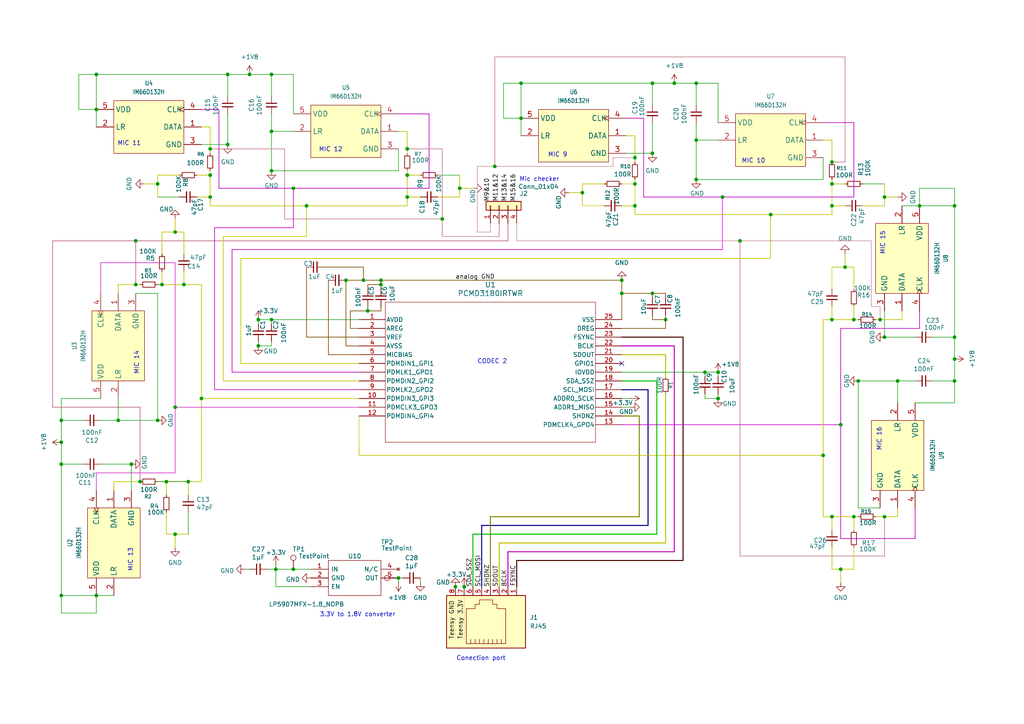
<source format=kicad_sch>
(kicad_sch (version 20250114) (generator "eeschema") (generator_version "9.0")
  (paper "A4")
  (title_block (title "ExtBrd_A") (date "2026-01-09") (rev "1.1") (company "Royal Holloway") (comment 1 "Creative Commons Attribution 4.0 International License") (comment 2 "Sohil, Saaria., Lachlan, Robert.") (comment 3 "Q. Oliva, Marcos., Lies, Zandberg.,"))
  (text "Mic checker" (at 150.622 52.832 0) (effects (font (size 1.27 1.27)) (justify left bottom)))
  (text "Conection port" (at 132.334 191.77 0) (effects (font (size 1.27 1.27)) (justify left bottom)))
  (text "MIC 10" (at 221.996 47.498 0) (effects (font (size 1.27 1.27)) (justify right bottom)))
  (text "MIC 14" (at 40.386 108.712 90) (effects (font (size 1.27 1.27)) (justify left bottom)))
  (text "MIC 12" (at 92.456 44.196 0) (effects (font (size 1.27 1.27)) (justify left bottom)))
  (text "MIC 9" (at 164.592 45.72 0) (effects (font (size 1.27 1.27)) (justify right bottom)))
  (text "MIC 16" (at 255.778 123.952 90) (effects (font (size 1.27 1.27)) (justify right bottom)))
  (text "CODEC 2" (at 138.43 105.664 0) (effects (font (size 1.27 1.27)) (justify left bottom)))
  (text "3.3V to 1.8V converter" (at 92.71 179.07 0) (effects (font (size 1.27 1.27)) (justify left bottom)))
  (text "MIC 13" (at 38.608 165.862 90) (effects (font (size 1.27 1.27)) (justify left bottom)))
  (text "MIC 15" (at 256.794 67.056 90) (effects (font (size 1.27 1.27)) (justify right bottom)))
  (text "MIC 11" (at 34.036 42.418 0) (effects (font (size 1.27 1.27)) (justify left bottom)))
  (junction (at 201.93 24.13))
  (junction (at 78.74 38.1))
  (junction (at 78.74 49.53))
  (junction (at 78.74 21.59))
  (junction (at 60.96 50.8))
  (junction (at 189.23 85.09))
  (junction (at 243.84 165.1))
  (junction (at 118.11 43.18))
  (junction (at 208.28 115.57))
  (junction (at 214.63 69.85))
  (junction (at 184.15 53.34))
  (junction (at 54.61 139.7))
  (junction (at 78.74 92.71))
  (junction (at 133.35 54.61))
  (junction (at 168.91 55.88))
  (junction (at 118.11 50.8))
  (junction (at 106.68 90.17))
  (junction (at 17.78 134.62))
  (junction (at 50.8 67.31))
  (junction (at 189.23 24.13))
  (junction (at 53.34 82.55))
  (junction (at 74.93 92.71))
  (junction (at 72.39 21.59))
  (junction (at 66.04 41.91))
  (junction (at 201.93 52.07))
  (junction (at 27.94 31.75))
  (junction (at 245.11 77.47))
  (junction (at 208.28 107.95))
  (junction (at 39.37 69.85))
  (junction (at 45.72 53.34))
  (junction (at 256.54 149.86))
  (junction (at 58.42 115.57))
  (junction (at 60.96 57.15))
  (junction (at 134.62 170.18))
  (junction (at 241.3 92.71))
  (junction (at 256.54 97.79))
  (junction (at 46.99 82.55))
  (junction (at 189.23 44.45))
  (junction (at 276.86 110.49))
  (junction (at 223.52 62.23))
  (junction (at 241.3 59.69))
  (junction (at 180.34 81.28))
  (junction (at 110.49 82.55))
  (junction (at 276.86 97.79))
  (junction (at 38.1 134.62))
  (junction (at 209.55 57.15))
  (junction (at 241.3 46.99))
  (junction (at 110.49 81.28))
  (junction (at 39.37 82.55))
  (junction (at 80.01 165.1))
  (junction (at 151.13 34.29))
  (junction (at 74.93 100.33))
  (junction (at 100.33 81.28))
  (junction (at 132.08 170.18))
  (junction (at 143.51 48.26))
  (junction (at 184.15 45.72))
  (junction (at 276.86 104.14))
  (junction (at 184.15 59.69))
  (junction (at 256.54 57.15))
  (junction (at 115.57 167.64))
  (junction (at 204.47 107.95))
  (junction (at 193.04 92.71))
  (junction (at 260.35 110.49))
  (junction (at 27.94 172.72))
  (junction (at 48.26 139.7))
  (junction (at 238.76 132.08))
  (junction (at 27.94 21.59))
  (junction (at 34.29 121.92))
  (junction (at 50.8 154.94))
  (junction (at 276.86 59.69))
  (junction (at 255.27 92.71))
  (junction (at 85.09 165.1))
  (junction (at 180.34 85.09))
  (junction (at 248.92 110.49))
  (junction (at 85.09 54.61))
  (junction (at 247.65 149.86))
  (junction (at 241.3 53.34))
  (junction (at 66.04 21.59))
  (junction (at 195.58 24.13))
  (junction (at 40.64 139.7))
  (junction (at 17.78 128.27))
  (junction (at 50.8 118.11))
  (junction (at 241.3 149.86))
  (junction (at 266.7 59.69))
  (junction (at 105.41 81.28))
  (junction (at 88.9 59.69))
  (junction (at 128.27 63.5))
  (junction (at 201.93 40.64))
  (junction (at 247.65 92.71))
  (junction (at 17.78 121.92))
  (junction (at 17.78 172.72))
  (junction (at 118.11 57.15))
  (junction (at 243.84 123.19))
  (junction (at 151.13 24.13))
  (junction (at 60.96 43.18))
  (junction (at 45.72 121.92))
  (no_connect (at 180.34 105.41))
  (wire (pts (xy 187.96 152.4) (xy 187.96 113.03)) (stroke (width 0.3) (color 0 0 132 1)))
  (wire (pts (xy 50.8 67.31) (xy 53.34 67.31)) (stroke (width 0.2) (color 194 194 0 1)))
  (wire (pts (xy 45.72 57.15) (xy 45.72 53.34)) (stroke (width 0.2) (color 194 194 0 1)))
  (wire (pts (xy 142.24 67.31) (xy 138.43 67.31)) (stroke (width 0) (color 194 127 134 1)))
  (wire (pts (xy 58.42 41.91) (xy 66.04 41.91)))
  (wire (pts (xy 247.65 149.86) (xy 247.65 153.67)) (stroke (width 0.2) (color 194 194 0 1)))
  (wire (pts (xy 115.57 38.1) (xy 118.11 38.1)) (stroke (width 0.2) (color 194 194 0 1)))
  (wire (pts (xy 276.86 104.14) (xy 276.86 110.49)))
  (wire (pts (xy 106.68 82.55) (xy 110.49 82.55)) (stroke (width 0.2) (color 128 77 0 1)))
  (wire (pts (xy 58.42 139.7) (xy 54.61 139.7)) (stroke (width 0.2) (color 194 194 0 1)))
  (wire (pts (xy 182.88 115.57) (xy 180.34 115.57)))
  (wire (pts (xy 180.34 53.34) (xy 184.15 53.34)) (stroke (width 0) (color 194 194 0 1)))
  (wire (pts (xy 85.09 54.61) (xy 124.46 54.61)) (stroke (width 0.2) (color 194 0 194 1)))
  (wire (pts (xy 57.15 50.8) (xy 60.96 50.8)) (stroke (width 0.2) (color 194 194 0 1)))
  (wire (pts (xy 147.32 160.02) (xy 147.32 170.18)) (stroke (width 0.3) (color 194 0 194 1)))
  (wire (pts (xy 45.72 82.55) (xy 46.99 82.55)))
  (wire (pts (xy 208.28 114.3) (xy 208.28 115.57)))
  (wire (pts (xy 261.62 92.71) (xy 255.27 92.71)) (stroke (width 0.2) (color 194 194 0 1)))
  (wire (pts (xy 238.76 132.08) (xy 238.76 149.86)) (stroke (width 0.2) (color 194 194 0 1)))
  (wire (pts (xy 101.6 90.17) (xy 106.68 90.17)) (stroke (width 0.2) (color 128 77 0 1)))
  (wire (pts (xy 276.86 97.79) (xy 270.51 97.79)))
  (wire (pts (xy 27.94 137.16) (xy 50.8 137.16)) (stroke (width 0) (color 194 0 194 1)))
  (wire (pts (xy 72.39 21.59) (xy 78.74 21.59)))
  (wire (pts (xy 187.96 113.03) (xy 180.34 113.03)) (stroke (width 0.3) (color 0 0 132 1)))
  (wire (pts (xy 78.74 27.94) (xy 78.74 21.59)))
  (wire (pts (xy 46.99 82.55) (xy 45.72 82.55)) (stroke (width 0.2) (color 194 194 0 1)))
  (wire (pts (xy 146.05 34.29) (xy 151.13 34.29)))
  (wire (pts (xy 67.31 107.95) (xy 104.14 107.95)) (stroke (width 0.2) (color 194 0 194 1)))
  (wire (pts (xy 241.3 165.1) (xy 241.3 158.75)) (stroke (width 0.2) (color 194 194 0 1)))
  (wire (pts (xy 17.78 134.62) (xy 24.13 134.62)))
  (wire (pts (xy 78.74 38.1) (xy 78.74 33.02)))
  (wire (pts (xy 46.99 82.55) (xy 46.99 78.74)) (stroke (width 0.2) (color 194 194 0 1)))
  (wire (pts (xy 247.65 158.75) (xy 247.65 165.1)) (stroke (width 0) (color 194 194 0 1)))
  (wire (pts (xy 78.74 49.53) (xy 78.74 38.1)))
  (wire (pts (xy 138.43 48.26) (xy 143.51 48.26)) (stroke (width 0) (color 194 127 134 1)))
  (wire (pts (xy 180.34 110.49) (xy 190.5 110.49)) (stroke (width 0.3) (color 0 194 0 1)))
  (wire (pts (xy 93.98 77.47) (xy 105.41 77.47)) (stroke (width 0.2) (color 128 77 0 1)))
  (wire (pts (xy 128.27 63.5) (xy 128.27 68.58)) (stroke (width 0.2) (color 194 127 134 1)))
  (wire (pts (xy 50.8 118.11) (xy 104.14 118.11)) (stroke (width 0) (color 194 0 194 1)))
  (wire (pts (xy 74.93 93.98) (xy 74.93 92.71)))
  (wire (pts (xy 17.78 134.62) (xy 17.78 128.27)))
  (wire (pts (xy 276.86 110.49) (xy 276.86 116.84)))
  (wire (pts (xy 27.94 172.72) (xy 33.02 172.72)))
  (wire (pts (xy 151.13 24.13) (xy 151.13 34.29)))
  (wire (pts (xy 186.69 34.29) (xy 186.69 57.15)) (stroke (width 0.2) (color 194 0 194 1)))
  (wire (pts (xy 110.49 81.28) (xy 110.49 82.55)) (stroke (width 0.2) (color 128 77 0 1)))
  (wire (pts (xy 241.3 53.34) (xy 245.11 53.34)) (stroke (width 0.2) (color 194 194 0 1)))
  (wire (pts (xy 64.77 68.58) (xy 64.77 110.49)) (stroke (width 0.2) (color 194 194 0 1)))
  (wire (pts (xy 82.55 63.5) (xy 128.27 63.5)) (stroke (width 0.2) (color 194 127 134 1)))
  (wire (pts (xy 128.27 68.58) (xy 144.78 68.58)) (stroke (width 0.2) (color 194 138 176 1)))
  (wire (pts (xy 143.51 48.26) (xy 177.8 48.26)) (stroke (width 0) (color 194 127 134 1)))
  (wire (pts (xy 181.61 39.37) (xy 184.15 39.37)) (stroke (width 0.2) (color 194 194 0 1)))
  (wire (pts (xy 124.46 54.61) (xy 124.46 33.02)) (stroke (width 0.2) (color 194 0 194 1)))
  (wire (pts (xy 48.26 139.7) (xy 54.61 139.7)))
  (wire (pts (xy 88.9 59.69) (xy 118.11 59.69)) (stroke (width 0.2) (color 194 194 0 1)))
  (wire (pts (xy 260.35 147.32) (xy 260.35 149.86)) (stroke (width 0.2) (color 194 194 0 1)))
  (wire (pts (xy 66.04 33.02) (xy 66.04 41.91)))
  (wire (pts (xy 255.27 88.9) (xy 255.27 92.71)) (stroke (width 0) (color 194 127 134 1)))
  (wire (pts (xy 256.54 149.86) (xy 260.35 149.86)) (stroke (width 0.2) (color 194 194 0 1)))
  (wire (pts (xy 58.42 115.57) (xy 104.14 115.57)) (stroke (width 0.2) (color 194 194 0 1)))
  (wire (pts (xy 52.07 57.15) (xy 45.72 57.15)))
  (wire (pts (xy 195.58 100.33) (xy 195.58 160.02)) (stroke (width 0.3) (color 194 0 194 1)))
  (wire (pts (xy 181.61 34.29) (xy 186.69 34.29)) (stroke (width 0.2) (color 194 0 194 1)))
  (wire (pts (xy 241.3 92.71) (xy 247.65 92.71)) (stroke (width 0.2) (color 194 194 0 1)))
  (wire (pts (xy 189.23 24.13) (xy 195.58 24.13)))
  (wire (pts (xy 142.24 149.86) (xy 185.42 149.86)) (stroke (width 0.3) (color 132 132 0 1)))
  (wire (pts (xy 138.43 67.31) (xy 138.43 48.26)) (stroke (width 0) (color 194 127 134 1)))
  (wire (pts (xy 193.04 86.36) (xy 193.04 85.09)) (stroke (width 0.2) (color 128 77 0 1)))
  (wire (pts (xy 115.57 167.64) (xy 116.84 167.64)))
  (wire (pts (xy 104.14 129.54) (xy 104.14 132.08)) (stroke (width 0.2) (color 194 194 0 1)))
  (wire (pts (xy 17.78 172.72) (xy 27.94 172.72)))
  (wire (pts (xy 250.19 53.34) (xy 256.54 53.34)))
  (wire (pts (xy 143.51 16.51) (xy 245.11 16.51)) (stroke (width 0.2) (color 194 127 134 1)))
  (wire (pts (xy 27.94 142.24) (xy 27.94 137.16)) (stroke (width 0) (color 194 0 194 1)))
  (wire (pts (xy 144.78 68.58) (xy 144.78 64.77)) (stroke (width 0.2) (color 194 127 134 1)))
  (wire (pts (xy 106.68 88.9) (xy 106.68 90.17)) (stroke (width 0.2) (color 128 77 0 1)))
  (wire (pts (xy 88.9 97.79) (xy 104.14 97.79)) (stroke (width 0.2) (color 128 77 0 1)))
  (wire (pts (xy 121.92 57.15) (xy 118.11 57.15)) (stroke (width 0.2) (color 194 194 0 1)))
  (wire (pts (xy 134.62 185.42) (xy 134.62 170.18)) (stroke (width 0) (type dot) (color 255 0 0 1)))
  (wire (pts (xy 69.85 105.41) (xy 69.85 74.93)) (stroke (width 0.2) (color 194 194 0 1)))
  (wire (pts (xy 201.93 40.64) (xy 201.93 35.56)))
  (wire (pts (xy 27.94 177.8) (xy 27.94 172.72)))
  (wire (pts (xy 22.86 31.75) (xy 27.94 31.75)))
  (wire (pts (xy 276.86 59.69) (xy 266.7 59.69)))
  (wire (pts (xy 118.11 50.8) (xy 118.11 57.15)) (stroke (width 0.2) (color 194 194 0 1)))
  (wire (pts (xy 204.47 115.57) (xy 208.28 115.57)))
  (wire (pts (xy 45.72 121.92) (xy 34.29 121.92)))
  (wire (pts (xy 214.63 69.85) (xy 252.73 69.85)) (stroke (width 0) (color 194 127 134 1)))
  (wire (pts (xy 204.47 109.22) (xy 204.47 107.95)))
  (wire (pts (xy 149.86 162.56) (xy 149.86 170.18)) (stroke (width 0.3) (color 72 0 0 1)))
  (wire (pts (xy 110.49 83.82) (xy 110.49 82.55)) (stroke (width 0.2) (color 128 77 0 1)))
  (wire (pts (xy 46.99 67.31) (xy 50.8 67.31)) (stroke (width 0.2) (color 194 194 0 1)))
  (wire (pts (xy 54.61 148.59) (xy 54.61 154.94)))
  (wire (pts (xy 146.05 24.13) (xy 151.13 24.13)))
  (wire (pts (xy 181.61 44.45) (xy 189.23 44.45)))
  (wire (pts (xy 252.73 69.85) (xy 252.73 88.9)) (stroke (width 0) (color 194 127 134 1)))
  (wire (pts (xy 241.3 149.86) (xy 247.65 149.86)) (stroke (width 0.2) (color 194 194 0 1)))
  (wire (pts (xy 85.09 21.59) (xy 85.09 33.02)))
  (wire (pts (xy 110.49 81.28) (xy 180.34 81.28)) (stroke (width 0.2) (color 128 77 0 1)))
  (wire (pts (xy 104.14 120.65) (xy 104.14 129.54)) (stroke (width 0) (color 194 194 0 1)))
  (wire (pts (xy 180.34 107.95) (xy 204.47 107.95)))
  (wire (pts (xy 190.5 110.49) (xy 190.5 154.94)) (stroke (width 0.3) (color 0 194 0 1)))
  (wire (pts (xy 54.61 139.7) (xy 54.61 143.51)) (stroke (width 0.2) (color 194 194 0 1)))
  (wire (pts (xy 189.23 86.36) (xy 189.23 85.09)) (stroke (width 0.2) (color 128 77 0 1)))
  (wire (pts (xy 71.12 165.1) (xy 72.39 165.1)))
  (wire (pts (xy 118.11 43.18) (xy 118.11 38.1)) (stroke (width 0.2) (color 194 194 0 1)))
  (wire (pts (xy 208.28 109.22) (xy 208.28 107.95)))
  (wire (pts (xy 34.29 121.92) (xy 29.21 121.92)))
  (wire (pts (xy 50.8 67.31) (xy 50.8 63.5)) (stroke (width 0.2) (color 194 194 0 1)))
  (wire (pts (xy 104.14 132.08) (xy 238.76 132.08)) (stroke (width 0.2) (color 194 194 0 1)))
  (wire (pts (xy 193.04 92.71) (xy 193.04 95.25)) (stroke (width 0.2) (color 128 77 0 1)))
  (wire (pts (xy 168.91 55.88) (xy 168.91 53.34)) (stroke (width 0.2) (color 194 194 0 1)))
  (wire (pts (xy 204.47 114.3) (xy 204.47 115.57)))
  (wire (pts (xy 276.86 116.84) (xy 265.43 116.84)))
  (wire (pts (xy 62.23 113.03) (xy 104.14 113.03)) (stroke (width 0.2) (color 194 0 194 1)))
  (wire (pts (xy 40.64 118.11) (xy 15.24 118.11)) (stroke (width 0.2) (color 194 97 134 1)))
  (wire (pts (xy 209.55 57.15) (xy 247.65 57.15)) (stroke (width 0.2) (color 194 0 194 1)))
  (wire (pts (xy 85.09 54.61) (xy 85.09 66.04)) (stroke (width 0.2) (color 194 0 194 1)))
  (wire (pts (xy 238.76 92.71) (xy 241.3 92.71)) (stroke (width 0.2) (color 194 194 0 1)))
  (wire (pts (xy 252.73 88.9) (xy 255.27 88.9)) (stroke (width 0) (color 194 127 134 1)))
  (wire (pts (xy 85.09 38.1) (xy 78.74 38.1)))
  (wire (pts (xy 142.24 64.77) (xy 142.24 67.31)) (stroke (width 0) (color 194 127 134 1)))
  (wire (pts (xy 46.99 73.66) (xy 46.99 67.31)) (stroke (width 0.2) (color 194 194 0 1)))
  (wire (pts (xy 74.93 100.33) (xy 78.74 100.33)))
  (wire (pts (xy 137.16 154.94) (xy 137.16 170.18)) (stroke (width 0.3) (color 0 194 0 1)))
  (wire (pts (xy 245.11 77.47) (xy 247.65 77.47)) (stroke (width 0.2) (color 194 194 0 1)))
  (wire (pts (xy 243.84 95.25) (xy 243.84 123.19)) (stroke (width 0.2) (color 194 0 194 1)))
  (wire (pts (xy 58.42 82.55) (xy 58.42 115.57)) (stroke (width 0.2) (color 194 194 0 1)))
  (wire (pts (xy 276.86 54.61) (xy 276.86 59.69)))
  (wire (pts (xy 248.92 149.86) (xy 247.65 149.86)) (stroke (width 0.2) (color 194 194 0 1)))
  (wire (pts (xy 27.94 177.8) (xy 17.78 177.8)))
  (wire (pts (xy 168.91 53.34) (xy 175.26 53.34)) (stroke (width 0.2) (color 194 194 0 1)))
  (wire (pts (xy 139.7 152.4) (xy 187.96 152.4)) (stroke (width 0.3) (color 0 0 132 1)))
  (wire (pts (xy 209.55 72.39) (xy 209.55 57.15)) (stroke (width 0.2) (color 255 0 255 1)))
  (wire (pts (xy 238.76 40.64) (xy 241.3 40.64)) (stroke (width 0.2) (color 194 194 0 1)))
  (wire (pts (xy 245.11 46.99) (xy 245.11 16.51)) (stroke (width 0.2) (color 194 127 134 1)))
  (wire (pts (xy 100.33 81.28) (xy 105.41 81.28)) (stroke (width 0.2) (color 128 77 0 1)))
  (wire (pts (xy 201.93 30.48) (xy 201.93 24.13)))
  (wire (pts (xy 118.11 50.8) (xy 121.92 50.8)) (stroke (width 0.2) (color 194 194 0 1)))
  (wire (pts (xy 33.02 142.24) (xy 33.02 139.7)) (stroke (width 0.2) (color 194 194 0 1)))
  (wire (pts (xy 46.99 82.55) (xy 53.34 82.55)) (stroke (width 0.2) (color 194 194 0 1)))
  (wire (pts (xy 40.64 118.11) (xy 40.64 139.7)) (stroke (width 0.2) (color 194 97 134 1)))
  (wire (pts (xy 247.65 57.15) (xy 247.65 35.56)) (stroke (width 0.2) (color 194 0 194 1)))
  (wire (pts (xy 184.15 45.72) (xy 184.15 46.99)) (stroke (width 0.2) (color 194 194 0 1)))
  (wire (pts (xy 184.15 62.23) (xy 223.52 62.23)) (stroke (width 0.2) (color 194 194 0 1)))
  (wire (pts (xy 168.91 55.88) (xy 165.1 55.88)) (stroke (width 0.2) (color 194 194 0 1)))
  (wire (pts (xy 60.96 57.15) (xy 57.15 57.15)) (stroke (width 0.2) (color 194 194 0 1)))
  (wire (pts (xy 193.04 102.87) (xy 193.04 109.22)) (stroke (width 0.3) (color 194 194 0 1)))
  (wire (pts (xy 80.01 165.1) (xy 80.01 170.18)))
  (wire (pts (xy 247.65 165.1) (xy 243.84 165.1)) (stroke (width 0.2) (color 194 194 0 1)))
  (wire (pts (xy 33.02 139.7) (xy 40.64 139.7)) (stroke (width 0.2) (color 194 194 0 1)))
  (wire (pts (xy 64.77 68.58) (xy 88.9 68.58)) (stroke (width 0.2) (color 194 194 0 1)))
  (wire (pts (xy 276.86 97.79) (xy 276.86 104.14)))
  (wire (pts (xy 115.57 167.64) (xy 115.57 168.91)))
  (wire (pts (xy 245.11 46.99) (xy 241.3 46.99)) (stroke (width 0.2) (color 194 127 134 1)))
  (wire (pts (xy 243.84 156.21) (xy 265.43 156.21)) (stroke (width 0.2) (color 194 0 194 1)))
  (wire (pts (xy 193.04 92.71) (xy 189.23 92.71)) (stroke (width 0.2) (color 128 77 0 1)))
  (wire (pts (xy 147.32 69.85) (xy 147.32 64.77)) (stroke (width 0.2) (color 194 97 134 1)))
  (wire (pts (xy 238.76 149.86) (xy 241.3 149.86)) (stroke (width 0.2) (color 194 194 0 1)))
  (wire (pts (xy 180.34 100.33) (xy 195.58 100.33)) (stroke (width 0.3) (color 194 0 194 1)))
  (wire (pts (xy 27.94 21.59) (xy 27.94 31.75)))
  (wire (pts (xy 247.65 35.56) (xy 238.76 35.56)) (stroke (width 0.2) (color 194 0 194 1)))
  (wire (pts (xy 45.72 139.7) (xy 48.26 139.7)))
  (wire (pts (xy 85.09 66.04) (xy 62.23 66.04)) (stroke (width 0.2) (color 194 0 194 1)))
  (wire (pts (xy 241.3 53.34) (xy 241.3 59.69)) (stroke (width 0) (color 194 194 0 1)))
  (wire (pts (xy 128.27 43.18) (xy 128.27 63.5)) (stroke (width 0.2) (color 194 127 134 1)))
  (wire (pts (xy 189.23 24.13) (xy 189.23 30.48)))
  (wire (pts (xy 60.96 43.18) (xy 82.55 43.18)) (stroke (width 0.2) (color 194 127 134 1)))
  (wire (pts (xy 146.05 34.29) (xy 146.05 24.13)))
  (wire (pts (xy 260.35 116.84) (xy 260.35 110.49)))
  (wire (pts (xy 74.93 99.06) (xy 74.93 100.33)))
  (wire (pts (xy 58.42 31.75) (xy 63.5 31.75)) (stroke (width 0.2) (color 194 0 194 1)))
  (wire (pts (xy 247.65 88.9) (xy 247.65 92.71)) (stroke (width 0.2) (color 194 194 0 1)))
  (wire (pts (xy 124.46 33.02) (xy 115.57 33.02)) (stroke (width 0.2) (color 194 0 194 1)))
  (wire (pts (xy 50.8 76.2) (xy 29.21 76.2)) (stroke (width 0) (color 194 0 194 1)))
  (wire (pts (xy 64.77 110.49) (xy 104.14 110.49)) (stroke (width 0.2) (color 194 194 0 1)))
  (wire (pts (xy 82.55 43.18) (xy 82.55 63.5)) (stroke (width 0.2) (color 194 127 134 1)))
  (wire (pts (xy 27.94 21.59) (xy 66.04 21.59)))
  (wire (pts (xy 48.26 139.7) (xy 54.61 139.7)) (stroke (width 0.2) (color 194 194 0 1)))
  (wire (pts (xy 118.11 49.53) (xy 118.11 50.8)) (stroke (width 0.2) (color 194 194 0 1)))
  (wire (pts (xy 147.32 160.02) (xy 195.58 160.02)) (stroke (width 0.3) (color 194 0 194 1)))
  (wire (pts (xy 50.8 154.94) (xy 50.8 158.75)) (stroke (width 0.2) (color 194 194 0 1)))
  (wire (pts (xy 60.96 49.53) (xy 60.96 50.8)) (stroke (width 0.2) (color 194 194 0 1)))
  (wire (pts (xy 118.11 44.45) (xy 118.11 43.18)) (stroke (width 0.2) (color 194 194 0 1)))
  (wire (pts (xy 39.37 69.85) (xy 147.32 69.85)) (stroke (width 0.2) (color 194 97 134 1)))
  (wire (pts (xy 151.13 24.13) (xy 189.23 24.13)))
  (wire (pts (xy 45.72 85.09) (xy 45.72 121.92)))
  (wire (pts (xy 193.04 157.48) (xy 144.78 157.48)) (stroke (width 0.3) (color 194 194 0 1)))
  (wire (pts (xy 186.69 57.15) (xy 209.55 57.15)) (stroke (width 0.2) (color 194 0 194 1)))
  (wire (pts (xy 53.34 82.55) (xy 58.42 82.55)) (stroke (width 0.2) (color 194 194 0 1)))
  (wire (pts (xy 15.24 69.85) (xy 39.37 69.85)) (stroke (width 0.2) (color 194 97 134 1)))
  (wire (pts (xy 121.92 167.64) (xy 121.92 168.91)))
  (wire (pts (xy 40.64 82.55) (xy 39.37 82.55)) (stroke (width 0.2) (color 194 194 0 1)))
  (wire (pts (xy 201.93 24.13) (xy 208.28 24.13)))
  (wire (pts (xy 149.86 64.77) (xy 149.86 69.85)) (stroke (width 0) (color 194 127 134 1)))
  (wire (pts (xy 198.12 162.56) (xy 149.86 162.56)) (stroke (width 0.3) (color 72 0 0 1)))
  (wire (pts (xy 105.41 77.47) (xy 105.41 81.28)) (stroke (width 0.2) (color 128 77 0 1)))
  (wire (pts (xy 270.51 110.49) (xy 276.86 110.49)))
  (wire (pts (xy 184.15 53.34) (xy 184.15 59.69)) (stroke (width 0) (color 194 194 0 1)))
  (wire (pts (xy 78.74 92.71) (xy 104.14 92.71)))
  (wire (pts (xy 184.15 45.72) (xy 184.15 46.99)) (stroke (width 0) (color 194 127 134 1)))
  (wire (pts (xy 39.37 85.09) (xy 45.72 85.09)))
  (wire (pts (xy 100.33 100.33) (xy 100.33 81.28)) (stroke (width 0.2) (color 128 77 0 1)))
  (wire (pts (xy 58.42 115.57) (xy 58.42 139.7)) (stroke (width 0.2) (color 194 194 0 1)))
  (wire (pts (xy 48.26 143.51) (xy 48.26 139.7)) (stroke (width 0.2) (color 194 194 0 1)))
  (wire (pts (xy 127 50.8) (xy 133.35 50.8)))
  (wire (pts (xy 17.78 121.92) (xy 17.78 115.57)))
  (wire (pts (xy 241.3 62.23) (xy 241.3 59.69)) (stroke (width 0.2) (color 194 194 0 1)))
  (wire (pts (xy 66.04 21.59) (xy 66.04 27.94)))
  (wire (pts (xy 45.72 53.34) (xy 41.91 53.34)) (stroke (width 0.2) (color 194 194 0 1)))
  (wire (pts (xy 69.85 105.41) (xy 104.14 105.41)) (stroke (width 0.2) (color 194 194 0 1)))
  (wire (pts (xy 241.3 77.47) (xy 245.11 77.47)) (stroke (width 0.2) (color 194 194 0 1)))
  (wire (pts (xy 254 149.86) (xy 256.54 149.86)) (stroke (width 0.2) (color 194 194 0 1)))
  (wire (pts (xy 177.8 45.72) (xy 184.15 45.72)) (stroke (width 0) (color 194 127 134 1)))
  (wire (pts (xy 137.16 154.94) (xy 190.5 154.94)) (stroke (width 0.3) (color 0 194 0 1)))
  (wire (pts (xy 60.96 43.18) (xy 60.96 44.45)) (stroke (width 0.2) (color 194 194 0 1)))
  (wire (pts (xy 60.96 59.69) (xy 88.9 59.69)) (stroke (width 0.2) (color 194 194 0 1)))
  (wire (pts (xy 256.54 149.86) (xy 256.54 161.29)) (stroke (width 0.2) (color 194 127 134 1)))
  (wire (pts (xy 180.34 120.65) (xy 185.42 120.65)) (stroke (width 0.3) (color 132 132 0 1)))
  (wire (pts (xy 265.43 156.21) (xy 265.43 147.32)) (stroke (width 0.2) (color 194 0 194 1)))
  (wire (pts (xy 106.68 90.17) (xy 110.49 90.17)) (stroke (width 0.2) (color 128 77 0 1)))
  (wire (pts (xy 149.86 69.85) (xy 214.63 69.85)) (stroke (width 0) (color 194 127 134 1)))
  (wire (pts (xy 185.42 120.65) (xy 185.42 149.86)) (stroke (width 0.3) (color 132 132 0 1)))
  (wire (pts (xy 22.86 31.75) (xy 22.86 21.59)))
  (wire (pts (xy 250.19 59.69) (xy 256.54 59.69)) (stroke (width 0.2) (color 194 194 0 1)))
  (wire (pts (xy 27.94 31.75) (xy 27.94 36.83)))
  (wire (pts (xy 29.21 76.2) (xy 29.21 85.09)) (stroke (width 0) (color 194 0 194 1)))
  (wire (pts (xy 60.96 36.83) (xy 60.96 43.18)) (stroke (width 0.2) (color 194 194 0 1)))
  (wire (pts (xy 58.42 36.83) (xy 60.96 36.83)) (stroke (width 0.2) (color 194 194 0 1)))
  (wire (pts (xy 50.8 154.94) (xy 48.26 154.94)) (stroke (width 0.2) (color 194 194 0 1)))
  (wire (pts (xy 256.54 57.15) (xy 256.54 59.69)) (stroke (width 0.2) (color 194 194 0 1)))
  (wire (pts (xy 39.37 82.55) (xy 34.29 82.55)) (stroke (width 0.2) (color 194 194 0 1)))
  (wire (pts (xy 189.23 35.56) (xy 189.23 44.45)))
  (wire (pts (xy 17.78 128.27) (xy 17.78 121.92)))
  (wire (pts (xy 180.34 85.09) (xy 189.23 85.09)) (stroke (width 0.2) (color 128 77 0 1)))
  (wire (pts (xy 143.51 16.51) (xy 143.51 48.26)) (stroke (width 0.2) (color 194 127 134 1)))
  (wire (pts (xy 241.3 92.71) (xy 241.3 88.9)) (stroke (width 0.2) (color 194 194 0 1)))
  (wire (pts (xy 248.92 110.49) (xy 260.35 110.49)))
  (wire (pts (xy 53.34 67.31) (xy 53.34 73.66)) (stroke (width 0.2) (color 194 194 0 1)))
  (wire (pts (xy 67.31 107.95) (xy 67.31 72.39)) (stroke (width 0.2) (color 194 0 194 1)))
  (wire (pts (xy 180.34 102.87) (xy 193.04 102.87)) (stroke (width 0.3) (color 194 194 0 1)))
  (wire (pts (xy 266.7 90.17) (xy 266.7 95.25)) (stroke (width 0.2) (color 194 0 194 1)))
  (wire (pts (xy 85.09 165.1) (xy 90.17 165.1)))
  (wire (pts (xy 69.85 74.93) (xy 223.52 74.93)) (stroke (width 0.2) (color 194 194 0 1)))
  (wire (pts (xy 78.74 93.98) (xy 78.74 92.71)))
  (wire (pts (xy 101.6 90.17) (xy 101.6 95.25)) (stroke (width 0.2) (color 128 77 0 1)))
  (wire (pts (xy 45.72 53.34) (xy 45.72 50.8)) (stroke (width 0.2) (color 194 194 0 1)))
  (wire (pts (xy 265.43 97.79) (xy 256.54 97.79)))
  (wire (pts (xy 195.58 24.13) (xy 201.93 24.13)))
  (wire (pts (xy 261.62 90.17) (xy 261.62 92.71)) (stroke (width 0) (color 194 194 0 1)))
  (wire (pts (xy 201.93 52.07) (xy 201.93 40.64)))
  (wire (pts (xy 63.5 31.75) (xy 63.5 54.61)) (stroke (width 0.2) (color 194 0 194 1)))
  (wire (pts (xy 17.78 115.57) (xy 29.21 115.57)))
  (wire (pts (xy 256.54 53.34) (xy 256.54 57.15)) (stroke (width 0.2) (color 194 194 0 1)))
  (wire (pts (xy 266.7 95.25) (xy 243.84 95.25)) (stroke (width 0.2) (color 194 0 194 1)))
  (wire (pts (xy 223.52 62.23) (xy 223.52 74.93)) (stroke (width 0.2) (color 194 194 0 1)))
  (wire (pts (xy 53.34 78.74) (xy 53.34 82.55)) (stroke (width 0.2) (color 194 194 0 1)))
  (wire (pts (xy 247.65 77.47) (xy 247.65 83.82)) (stroke (width 0.2) (color 194 194 0 1)))
  (wire (pts (xy 256.54 57.15) (xy 260.35 57.15)) (stroke (width 0.2) (color 194 194 0 1)))
  (wire (pts (xy 17.78 172.72) (xy 17.78 134.62)))
  (wire (pts (xy 256.54 161.29) (xy 214.63 161.29)) (stroke (width 0.2) (color 194 127 134 1)))
  (wire (pts (xy 54.61 154.94) (xy 50.8 154.94)) (stroke (width 0.2) (color 194 194 0 1)))
  (wire (pts (xy 177.8 45.72) (xy 177.8 48.26)) (stroke (width 0) (color 194 127 134 1)))
  (wire (pts (xy 193.04 85.09) (xy 189.23 85.09)) (stroke (width 0.2) (color 128 77 0 1)))
  (wire (pts (xy 133.35 50.8) (xy 133.35 54.61)) (stroke (width 0.2) (color 194 194 0 1)))
  (wire (pts (xy 184.15 62.23) (xy 184.15 59.69)) (stroke (width 0.2) (color 194 194 0 1)))
  (wire (pts (xy 266.7 54.61) (xy 266.7 59.69)))
  (wire (pts (xy 266.7 54.61) (xy 276.86 54.61)))
  (wire (pts (xy 260.35 110.49) (xy 265.43 110.49)))
  (wire (pts (xy 34.29 115.57) (xy 34.29 121.92)))
  (wire (pts (xy 193.04 91.44) (xy 193.04 92.71)) (stroke (width 0.2) (color 128 77 0 1)))
  (wire (pts (xy 223.52 62.23) (xy 241.3 62.23)) (stroke (width 0.2) (color 194 194 0 1)))
  (wire (pts (xy 78.74 21.59) (xy 85.09 21.59)))
  (wire (pts (xy 34.29 85.09) (xy 34.29 82.55)) (stroke (width 0.2) (color 194 194 0 1)))
  (wire (pts (xy 62.23 66.04) (xy 62.23 113.03)) (stroke (width 0.2) (color 194 0 194 1)))
  (wire (pts (xy 142.24 149.86) (xy 142.24 170.18)) (stroke (width 0.3) (color 132 132 0 1)))
  (wire (pts (xy 241.3 52.07) (xy 241.3 53.34)) (stroke (width 0.2) (color 194 194 0 1)))
  (wire (pts (xy 255.27 92.71) (xy 254 92.71)) (stroke (width 0.2) (color 194 194 0 1)))
  (wire (pts (xy 74.93 92.71) (xy 78.74 92.71)))
  (wire (pts (xy 241.3 46.99) (xy 241.3 40.64)) (stroke (width 0.2) (color 194 194 0 1)))
  (wire (pts (xy 77.47 165.1) (xy 80.01 165.1)))
  (wire (pts (xy 15.24 118.11) (xy 15.24 69.85)) (stroke (width 0.2) (color 194 97 134 1)))
  (wire (pts (xy 115.57 49.53) (xy 78.74 49.53)))
  (wire (pts (xy 50.8 76.2) (xy 50.8 118.11)) (stroke (width 0) (color 194 0 194 1)))
  (wire (pts (xy 189.23 91.44) (xy 189.23 92.71)) (stroke (width 0.2) (color 128 77 0 1)))
  (wire (pts (xy 204.47 107.95) (xy 208.28 107.95)))
  (wire (pts (xy 256.54 90.17) (xy 256.54 97.79)))
  (wire (pts (xy 266.7 59.69) (xy 261.62 59.69)))
  (wire (pts (xy 241.3 83.82) (xy 241.3 77.47)) (stroke (width 0) (color 194 194 0 1)))
  (wire (pts (xy 104.14 95.25) (xy 101.6 95.25)) (stroke (width 0.2) (color 128 77 0 1)))
  (wire (pts (xy 238.76 92.71) (xy 238.76 132.08)) (stroke (width 0.2) (color 194 194 0 1)))
  (wire (pts (xy 245.11 59.69) (xy 241.3 59.69)) (stroke (width 0.2) (color 194 194 0 1)))
  (wire (pts (xy 133.35 54.61) (xy 133.35 57.15)) (stroke (width 0.2) (color 194 194 0 1)))
  (wire (pts (xy 180.34 97.79) (xy 198.12 97.79)) (stroke (width 0.3) (color 72 0 0 1)))
  (wire (pts (xy 248.92 147.32) (xy 248.92 110.49)))
  (wire (pts (xy 180.34 85.09) (xy 180.34 92.71)) (stroke (width 0.2) (color 128 77 0 1)))
  (wire (pts (xy 175.26 59.69) (xy 168.91 59.69)) (stroke (width 0) (color 194 194 0 1)))
  (wire (pts (xy 238.76 52.07) (xy 201.93 52.07)))
  (wire (pts (xy 180.34 59.69) (xy 184.15 59.69)) (stroke (width 0.2) (color 194 194 0 1)))
  (wire (pts (xy 110.49 88.9) (xy 110.49 90.17)) (stroke (width 0.2) (color 128 77 0 1)))
  (wire (pts (xy 180.34 123.19) (xy 243.84 123.19)) (stroke (width 0.2) (color 194 0 194 1)))
  (wire (pts (xy 105.41 81.28) (xy 110.49 81.28)) (stroke (width 0.2) (color 128 77 0 1)))
  (wire (pts (xy 95.25 81.28) (xy 95.25 102.87)) (stroke (width 0.2) (color 128 77 0 1)))
  (wire (pts (xy 255.27 147.32) (xy 248.92 147.32)))
  (wire (pts (xy 45.72 50.8) (xy 52.07 50.8)) (stroke (width 0.2) (color 194 194 0 1)))
  (wire (pts (xy 67.31 72.39) (xy 209.55 72.39)) (stroke (width 0.2) (color 194 0 194 1)))
  (wire (pts (xy 208.28 24.13) (xy 208.28 35.56)))
  (wire (pts (xy 151.13 34.29) (xy 151.13 39.37)))
  (wire (pts (xy 180.34 81.28) (xy 180.34 85.09)) (stroke (width 0.2) (color 128 77 0 1)))
  (wire (pts (xy 133.35 54.61) (xy 137.16 54.61)) (stroke (width 0.2) (color 194 194 0 1)))
  (wire (pts (xy 39.37 69.85) (xy 39.37 82.55)) (stroke (width 0.2) (color 194 97 134 1)))
  (wire (pts (xy 17.78 177.8) (xy 17.78 172.72)))
  (wire (pts (xy 184.15 39.37) (xy 184.15 45.72)) (stroke (width 0.2) (color 194 194 0 1)))
  (wire (pts (xy 60.96 50.8) (xy 60.96 57.15)) (stroke (width 0.2) (color 194 194 0 1)))
  (wire (pts (xy 22.86 21.59) (xy 27.94 21.59)))
  (wire (pts (xy 29.21 134.62) (xy 38.1 134.62)))
  (wire (pts (xy 247.65 92.71) (xy 248.92 92.71)) (stroke (width 0.2) (color 194 194 0 1)))
  (wire (pts (xy 88.9 68.58) (xy 88.9 59.69)) (stroke (width 0.2) (color 194 194 0 1)))
  (wire (pts (xy 139.7 152.4) (xy 139.7 170.18)) (stroke (width 0.3) (color 0 0 132 1)))
  (wire (pts (xy 48.26 154.94) (xy 48.26 148.59)) (stroke (width 0.2) (color 194 194 0 1)))
  (wire (pts (xy 106.68 83.82) (xy 106.68 82.55)) (stroke (width 0.2) (color 128 77 0 1)))
  (wire (pts (xy 100.33 100.33) (xy 104.14 100.33)) (stroke (width 0.2) (color 128 77 0 1)))
  (wire (pts (xy 180.34 95.25) (xy 193.04 95.25)) (stroke (width 0.2) (color 128 77 0 1)))
  (wire (pts (xy 180.34 118.11) (xy 182.88 118.11)))
  (wire (pts (xy 118.11 59.69) (xy 118.11 57.15)) (stroke (width 0.2) (color 194 194 0 1)))
  (wire (pts (xy 24.13 121.92) (xy 17.78 121.92)))
  (wire (pts (xy 104.14 102.87) (xy 95.25 102.87)) (stroke (width 0.2) (color 128 77 0 1)))
  (wire (pts (xy 78.74 99.06) (xy 78.74 100.33)))
  (wire (pts (xy 144.78 157.48) (xy 144.78 170.18)) (stroke (width 0.3) (color 194 194 0 1)))
  (wire (pts (xy 214.63 69.85) (xy 214.63 161.29)) (stroke (width 0.2) (color 194 127 134 1)))
  (wire (pts (xy 88.9 77.47) (xy 88.9 97.79)) (stroke (width 0.2) (color 128 77 0 1)))
  (wire (pts (xy 63.5 54.61) (xy 85.09 54.61)) (stroke (width 0.2) (color 194 0 194 1)))
  (wire (pts (xy 208.28 40.64) (xy 201.93 40.64)))
  (wire (pts (xy 241.3 165.1) (xy 243.84 165.1)) (stroke (width 0.2) (color 194 194 0 1)))
  (wire (pts (xy 132.08 185.42) (xy 132.08 170.18)) (stroke (width 0) (type dot) (color 255 153 0 1)))
  (wire (pts (xy 80.01 163.83) (xy 80.01 165.1)))
  (wire (pts (xy 243.84 165.1) (xy 243.84 168.91)) (stroke (width 0.2) (color 194 194 0 1)))
  (wire (pts (xy 80.01 165.1) (xy 85.09 165.1)))
  (wire (pts (xy 115.57 43.18) (xy 115.57 49.53)))
  (wire (pts (xy 198.12 97.79) (xy 198.12 162.56)) (stroke (width 0.3) (color 72 0 0 1)))
  (wire (pts (xy 133.35 57.15) (xy 127 57.15)) (stroke (width 0.2) (color 194 194 0 1)))
  (wire (pts (xy 168.91 59.69) (xy 168.91 55.88)) (stroke (width 0.2) (color 194 194 0 1)))
  (wire (pts (xy 45.72 139.7) (xy 48.26 139.7)) (stroke (width 0.2) (color 194 194 0 1)))
  (wire (pts (xy 238.76 45.72) (xy 238.76 52.07)))
  (wire (pts (xy 243.84 123.19) (xy 243.84 156.21)) (stroke (width 0.2) (color 194 0 194 1)))
  (wire (pts (xy 38.1 142.24) (xy 38.1 134.62)))
  (wire (pts (xy 80.01 170.18) (xy 90.17 170.18)))
  (wire (pts (xy 184.15 52.07) (xy 184.15 53.34)) (stroke (width 0) (color 194 194 0 1)))
  (wire (pts (xy 193.04 114.3) (xy 193.04 157.48)) (stroke (width 0.3) (color 194 194 0 1)))
  (wire (pts (xy 118.11 43.18) (xy 128.27 43.18)) (stroke (width 0.2) (color 194 127 134 1)))
  (wire (pts (xy 241.3 153.67) (xy 241.3 149.86)) (stroke (width 0.2) (color 194 194 0 1)))
  (wire (pts (xy 66.04 21.59) (xy 72.39 21.59)))
  (wire (pts (xy 60.96 59.69) (xy 60.96 57.15)) (stroke (width 0.2) (color 194 194 0 1)))
  (wire (pts (xy 245.11 77.47) (xy 245.11 73.66)) (stroke (width 0.2) (color 194 194 0 1)))
  (wire (pts (xy 50.8 118.11) (xy 50.8 137.16)) (stroke (width 0) (color 194 0 194 1)))
  (wire (pts (xy 276.86 59.69) (xy 276.86 97.79)))
  (label "SDA_SSZ" (at 137.16 170.18 90))
  (label "M11&12" (at 144.78 58.42 90))
  (label "SCL_MOSI" (at 139.7 170.18 90))
  (label "SDOUT" (at 144.78 170.18 90))
  (label "FSYNC" (at 149.86 163.83 270))
  (label "Teensy GND" (at 132.08 185.42 90))
  (label "M9&10" (at 142.24 58.42 90))
  (label "BCLK" (at 147.32 170.18 90))
  (label "Teensy 3.3V" (at 134.62 185.42 90))
  (label "analog GND" (at 132.08 81.28 0))
  (label "M15&16" (at 149.86 58.42 90))
  (label "SHDNZ" (at 142.24 170.18 90))
  (label "M13&14" (at 147.32 58.42 90))
  (symbol (lib_id "SoundRecorder_2.0:LP5907MFX-1.8_NOPB") (at 90.17 165.1 0) (unit 1)
    (property "Reference" "U10" (at 102.87 161.29 0))
    (property "Value" "LP5907MFX-1.8_NOPB" (at 88.9 175.26 0))
    (property "Footprint" "ul_LP5907MFX-1-2-NOPB:LP5907MFX-1.2&slash_NOPB" (effects (hide yes)))
    (property "Datasheet" "http://www.ti.com/lit/gpn/lp5907" (effects (hide yes)))
    (property "Description" "250-mA ultra-low-noise low-IQ low-dropout (LDO) linear regulator" (effects (hide yes)))
    (property "Height" "1.45" (effects (hide yes)))
    (property "Manufacturer_Name" "Texas Instruments" (effects (hide yes)))
    (property "Manufacturer_Part_Number" "LP5907MFX-1.8/NOPB" (effects (hide yes)))
    (property "Mouser Part Number" "595-LP5907MFX-1.8NPB" (effects (hide yes)))
    (property "Mouser Price/Stock" "https://www.mouser.co.uk/ProductDetail/Texas-Instruments/LP5907MFX-18-NOPB?qs=biyDIajrTn5jh5ArkSZeqw%3D%3D" (effects (hide yes)))
    (property "Arrow Part Number" "LP5907MFX-1.8/NOPB" (effects (hide yes)))
    (property "Arrow Price/Stock" "https://www.arrow.com/en/products/lp5907mfx-1.8nopb/texas-instruments?region=nac" (effects (hide yes)))
    (property "MANUFACTURER" "Texas Instruments" (effects (hide yes)))
    (property "STANDARD" "IPC-7351B" (effects (hide yes)))
    (property "PARTREV" "O" (effects (hide yes)))
    (property "MAXIMUM_PACKAGE_HEIGHT" "1.45mm" (effects (hide yes)))
  )
  (symbol (lib_id "power:+1V8") (at 115.57 168.91 180) (unit 1)
    (property "Reference" "#PWR048" (effects (hide yes)))
    (property "Value" "+1V8" (at 115.189 173.3042 0))
  )
  (symbol (lib_id "Device:R_Small") (at 48.26 146.05 0) (unit 1)
    (property "Reference" "R4" (at 43.434 146.812 0) (effects (justify left)))
    (property "Value" "100K" (at 42.672 148.59 0) (effects (justify left)))
    (property "Footprint" "Resistor_SMD:R_0805_2012Metric" (effects (hide yes)))
  )
  (symbol (lib_name "R_Small_1") (lib_id "Device:R_Small") (at 60.96 46.99 0) (unit 1)
    (property "Reference" "R6" (at 57.15 44.704 0) (effects (font (size 1.016 1.016)) (justify left)))
    (property "Value" "100R" (at 54.102 47.244 0) (effects (justify left)))
    (property "Footprint" "Resistor_SMD:R_0805_2012Metric" (effects (hide yes)))
    (property "Description" "Resistor, small symbol" (effects (hide yes)))
  )
  (symbol (lib_id "Device:R_Small") (at 54.61 50.8 270) (unit 1)
    (property "Reference" "R8" (at 53.848 51.562 0) (effects (justify left)))
    (property "Value" "100K" (at 51.816 50.8 0) (effects (justify left)))
    (property "Footprint" "Resistor_SMD:R_0805_2012Metric" (effects (hide yes)))
  )
  (symbol (lib_id "Device:C_Small") (at 189.23 88.9 0) (unit 1)
    (property "Reference" "C7" (at 190.754 86.868 90))
    (property "Value" "10uF" (at 186.69 88.9 90))
    (property "Footprint" "Capacitor_SMD:C_0805_2012Metric" (effects (hide yes)))
  )
  (symbol (lib_id "Device:C_Small") (at 26.67 134.62 90) (unit 1)
    (property "Reference" "C11" (at 24.638 139.954 90))
    (property "Value" "100nF" (at 24.892 137.922 90))
    (property "Footprint" "Capacitor_SMD:C_0805_2012Metric" (effects (hide yes)))
  )
  (symbol (lib_id "Device:C_Small") (at 193.04 88.9 180) (unit 1)
    (property "Reference" "C8" (at 194.31 86.614 90))
    (property "Value" "100nF" (at 196.596 89.154 90))
    (property "Footprint" "Capacitor_SMD:C_0805_2012Metric" (effects (hide yes)))
  )
  (symbol (lib_name "GND_5") (lib_id "power:GND") (at 180.34 81.28 180) (unit 1)
    (property "Reference" "#PWR029" (effects (hide yes)))
    (property "Value" "GND" (at 180.34 76.2 0))
    (property "Description" "Power symbol creates a global label with name \"GND\" , ground" (effects (hide yes)))
  )
  (symbol (lib_id "Connector:RJ45") (at 142.24 180.34 90) (unit 1)
    (property "Reference" "J1" (at 153.67 179.0699 90) (effects (justify right)))
    (property "Value" "RJ45" (at 153.67 181.6099 90) (effects (justify right)))
    (property "Footprint" "Connector_RJ:RJ45_Molex_9346520x_Horizontal" (effects (hide yes)))
    (property "Description" "RJ connector, 8P8C (8 positions 8 connected)" (effects (hide yes)))
  )
  (symbol (lib_id "Device:C_Small") (at 26.67 121.92 90) (unit 1)
    (property "Reference" "C12" (at 26.67 127.7366 90))
    (property "Value" "100nF" (at 26.67 125.4252 90))
    (property "Footprint" "Capacitor_SMD:C_0805_2012Metric" (effects (hide yes)))
  )
  (symbol (lib_id "Device:R_Small") (at 247.65 86.36 180) (unit 1)
    (property "Reference" "R16" (at 252.476 85.598 0) (effects (justify left)))
    (property "Value" "100K" (at 252.73 83.566 0) (effects (justify left)))
    (property "Footprint" "Resistor_SMD:R_0805_2012Metric" (effects (hide yes)))
  )
  (symbol (lib_id "PCMD3180:PCMD3180IRTWR") (at 104.14 92.71 0) (unit 1)
    (property "Reference" "U1" (at 142.24 82.55 0) (effects (font (size 1.524 1.524))))
    (property "Value" "PCMD3180IRTWR" (at 142.24 85.09 0) (effects (font (size 1.524 1.524))))
    (property "Footprint" "PCMD3180IRTWR:PCMD3180IRTWR" (effects (hide yes)))
    (property "Datasheet" "https://www.ti.com/lit/gpn/pcmd3180" (effects (hide yes)))
  )
  (symbol (lib_id "power:GND") (at 50.8 63.5 180) (unit 1)
    (property "Reference" "#PWR06" (effects (hide yes)))
    (property "Value" "GND" (at 48.26 60.706 0))
  )
  (symbol (lib_id "power:GND") (at 90.17 167.64 270) (unit 1)
    (property "Reference" "#PWR045" (effects (hide yes)))
    (property "Value" "GND" (at 86.9951 168.0738 90) (effects (justify right)))
  )
  (symbol (lib_name "GND_6") (lib_id "power:GND") (at 182.88 118.11 90) (unit 1)
    (property "Reference" "#PWR033" (effects (hide yes)))
    (property "Value" "GND" (at 179.578 119.38 90) (effects (justify right)))
    (property "Description" "Power symbol creates a global label with name \"GND\" , ground" (effects (hide yes)))
  )
  (symbol (lib_id "IM66D132H:IM66D132H") (at 33.02 29.21 0) (unit 1)
    (property "Reference" "U4" (at 43.18 24.13 0) (effects (font (size 1.27 1.0795))))
    (property "Value" "IM66D132H" (at 43.18 26.67 0) (effects (font (size 1.27 1.0795))))
    (property "Footprint" "IM66D132H:IFX-PG-TLGA-5N-9-V" (effects (hide yes)))
  )
  (symbol (lib_name "R_Small_1") (lib_id "Device:R_Small") (at 43.18 82.55 90) (unit 1)
    (property "Reference" "R3" (at 42.926 78.486 90) (effects (font (size 1.016 1.016))))
    (property "Value" "100R" (at 43.18 80.01 90))
    (property "Footprint" "Resistor_SMD:R_0805_2012Metric" (effects (hide yes)))
    (property "Description" "Resistor, small symbol" (effects (hide yes)))
  )
  (symbol (lib_id "Device:C_Small") (at 97.79 81.28 90) (unit 1)
    (property "Reference" "C4" (at 95.758 80.264 90))
    (property "Value" "1uF" (at 97.79 84.328 90))
    (property "Footprint" "Capacitor_SMD:C_0805_2012Metric" (effects (hide yes)))
  )
  (symbol (lib_name "GND_1") (lib_id "power:GND") (at 78.74 49.53 0) (unit 1)
    (property "Reference" "#PWR07" (effects (hide yes)))
    (property "Value" "GND" (at 78.74 53.848 0))
    (property "Description" "Power symbol creates a global label with name \"GND\" , ground" (effects (hide yes)))
  )
  (symbol (lib_id "power:GND") (at 121.92 168.91 0) (unit 1)
    (property "Reference" "#PWR049" (effects (hide yes)))
    (property "Value" "GND" (at 121.92 173.3534 0))
  )
  (symbol (lib_id "Device:R_Small") (at 247.65 53.34 90) (unit 1)
    (property "Reference" "R13" (at 249.682 51.054 0) (effects (justify left)))
    (property "Value" "100K" (at 251.714 51.308 0) (effects (justify left)))
    (property "Footprint" "Resistor_SMD:R_0805_2012Metric" (effects (hide yes)))
  )
  (symbol (lib_name "R_Small_1") (lib_id "Device:R_Small") (at 184.15 49.53 0) (unit 1)
    (property "Reference" "R10" (at 179.832 48.26 0) (effects (font (size 1.016 1.016)) (justify left)))
    (property "Value" "100R" (at 178.054 50.546 0) (effects (justify left)))
    (property "Footprint" "Resistor_SMD:R_0805_2012Metric" (effects (hide yes)))
    (property "Description" "Resistor, small symbol" (effects (hide yes)))
  )
  (symbol (lib_id "power:+3.3V") (at 195.58 24.13 0) (unit 1)
    (property "Reference" "#PWR035" (effects (hide yes)))
    (property "Value" "+1V8" (at 195.58 19.05 0))
    (property "Description" "Power symbol creates a global label with name \"+3.3V\"" (effects (hide yes)))
  )
  (symbol (lib_name "GND_1") (lib_id "power:GND") (at 248.92 110.49 270) (unit 1)
    (property "Reference" "#PWR039" (effects (hide yes)))
    (property "Value" "GND" (at 245.618 110.49 0))
    (property "Description" "Power symbol creates a global label with name \"GND\" , ground" (effects (hide yes)))
  )
  (symbol (lib_id "Connector:TestPoint") (at 115.57 167.64 90) (unit 1)
    (property "Reference" "TP2" (at 112.268 157.226 90))
    (property "Value" "TestPoint" (at 115.062 159.004 90))
    (property "Footprint" "TestPoint:TestPoint_Pad_D1.0mm" (effects (hide yes)))
  )
  (symbol (lib_id "Device:C_Small") (at 91.44 77.47 90) (unit 1)
    (property "Reference" "C3" (at 89.408 76.454 90))
    (property "Value" "1uF" (at 91.186 80.264 90))
    (property "Footprint" "Capacitor_SMD:C_0805_2012Metric" (effects (hide yes)))
  )
  (symbol (lib_id "Device:C_Small") (at 241.3 86.36 180) (unit 1)
    (property "Reference" "C25" (at 238.9632 87.5284 0) (effects (justify left)))
    (property "Value" "47pF" (at 238.9632 85.217 0) (effects (justify left)))
    (property "Footprint" "Capacitor_SMD:C_0805_2012Metric" (effects (hide yes)))
  )
  (symbol (lib_id "Device:C_Small") (at 54.61 57.15 270) (unit 1)
    (property "Reference" "C17" (at 58.166 57.404 0) (effects (justify left)))
    (property "Value" "47pF" (at 56.388 57.658 0) (effects (justify left)))
    (property "Footprint" "Capacitor_SMD:C_0805_2012Metric" (effects (hide yes)))
  )
  (symbol (lib_id "power:GND") (at 137.16 54.61 90) (unit 1)
    (property "Reference" "#PWR013" (effects (hide yes)))
    (property "Value" "GND" (at 137.16 56.896 0))
  )
  (symbol (lib_id "power:+1V8") (at 182.88 115.57 270) (unit 1)
    (property "Reference" "#PWR03" (effects (hide yes)))
    (property "Value" "+3.3V" (at 180.594 116.84 90))
  )
  (symbol (lib_id "IM66D132H:IM66D132H") (at 26.67 110.49 90) (unit 1)
    (property "Reference" "U3" (at 21.59 100.33 0) (effects (font (size 1.27 1.0795))))
    (property "Value" "IM66D132H" (at 24.13 100.33 0) (effects (font (size 1.27 1.0795))))
    (property "Footprint" "IM66D132H:IFX-PG-TLGA-5N-9-V" (effects (hide yes)))
  )
  (symbol (lib_id "Device:R_Small") (at 247.65 156.21 0) (unit 1)
    (property "Reference" "R17" (at 249.936 157.48 0) (effects (justify left)))
    (property "Value" "100K" (at 249.174 159.258 0) (effects (justify left)))
    (property "Footprint" "Resistor_SMD:R_0805_2012Metric" (effects (hide yes)))
  )
  (symbol (lib_name "GND_3") (lib_id "power:GND") (at 208.28 115.57 0) (unit 1)
    (property "Reference" "#PWR028" (effects (hide yes)))
    (property "Value" "GND" (at 211.582 117.094 0))
    (property "Description" "Power symbol creates a global label with name \"GND\" , ground" (effects (hide yes)))
  )
  (symbol (lib_id "Device:C_Small") (at 78.74 30.48 0) (unit 1)
    (property "Reference" "C16" (at 72.9234 30.48 90))
    (property "Value" "100nF" (at 75.2348 30.48 90))
    (property "Footprint" "Capacitor_SMD:C_0805_2012Metric" (effects (hide yes)))
  )
  (symbol (lib_id "power:GND") (at 50.8 158.75 0) (unit 1)
    (property "Reference" "#PWR025" (effects (hide yes)))
    (property "Value" "GND" (at 50.8 163.1934 0))
  )
  (symbol (lib_name "GND_1") (lib_id "power:GND") (at 38.1 134.62 90) (unit 1)
    (property "Reference" "#PWR041" (effects (hide yes)))
    (property "Value" "GND" (at 41.91 134.112 0))
    (property "Description" "Power symbol creates a global label with name \"GND\" , ground" (effects (hide yes)))
  )
  (symbol (lib_id "Connector_Generic:Conn_01x04") (at 144.78 59.69 90) (unit 1)
    (property "Reference" "J2" (at 151.892 56.134 90))
    (property "Value" "Conn_01x04" (at 156.21 54.102 90))
    (property "Footprint" "Connector_PinSocket_2.54mm:PinSocket_1x04_P2.54mm_Vertical" (effects (hide yes)))
    (property "Description" "Generic connector, single row, 01x04, script generated (kicad-library-utils/schlib/autogen/connector/)" (effects (hide yes)))
  )
  (symbol (lib_id "IM66D132H:IM66D132H") (at 156.21 31.75 0) (unit 1)
    (property "Reference" "U6" (at 166.37 26.67 0) (effects (font (size 1.27 1.0795))))
    (property "Value" "IM66D132H" (at 166.37 29.21 0) (effects (font (size 1.27 1.0795))))
    (property "Footprint" "IM66D132H:IFX-PG-TLGA-5N-9-V" (effects (hide yes)))
  )
  (symbol (lib_id "power:GND") (at 260.35 57.15 90) (unit 1)
    (property "Reference" "#PWR010" (effects (hide yes)))
    (property "Value" "GND" (at 264.7934 57.15 0))
  )
  (symbol (lib_id "Device:C_Small") (at 177.8 59.69 270) (unit 1)
    (property "Reference" "C21" (at 178.562 61.722 0) (effects (justify left)))
    (property "Value" "47pF" (at 176.53 61.214 0) (effects (justify left)))
    (property "Footprint" "Capacitor_SMD:C_0805_2012Metric" (effects (hide yes)))
  )
  (symbol (lib_id "power:+3.3V") (at 134.62 170.18 0) (unit 1)
    (property "Reference" "#PWR023" (effects (hide yes)))
    (property "Value" "+3.3V" (at 132.334 166.624 0))
  )
  (symbol (lib_id "Device:C_Small") (at 267.97 97.79 270) (unit 1)
    (property "Reference" "C23" (at 270.51 92.964 90))
    (property "Value" "100nF" (at 271.018 94.996 90))
    (property "Footprint" "Capacitor_SMD:C_0805_2012Metric" (effects (hide yes)))
  )
  (symbol (lib_id "Device:C_Small") (at 53.34 76.2 180) (unit 1)
    (property "Reference" "C14" (at 58.166 77.216 0) (effects (justify left)))
    (property "Value" "47pF" (at 59.944 74.676 0) (effects (justify left)))
    (property "Footprint" "Capacitor_SMD:C_0805_2012Metric" (effects (hide yes)))
  )
  (symbol (lib_name "R_Small_1") (lib_id "Device:R_Small") (at 177.8 53.34 90) (unit 1)
    (property "Reference" "R12" (at 176.276 58.166 0) (effects (font (size 1.016 1.016)) (justify left)))
    (property "Value" "100R" (at 178.816 59.436 0) (effects (justify left)))
    (property "Footprint" "Resistor_SMD:R_0805_2012Metric" (effects (hide yes)))
    (property "Description" "Resistor, small symbol" (effects (hide yes)))
  )
  (symbol (lib_id "power:+3.3V") (at 276.86 104.14 270) (unit 1)
    (property "Reference" "#PWR038" (effects (hide yes)))
    (property "Value" "+1V8" (at 281.94 104.14 0))
    (property "Description" "Power symbol creates a global label with name \"+3.3V\"" (effects (hide yes)))
  )
  (symbol (lib_id "IM66D132H:IM66D132H") (at 267.97 121.92 270) (unit 1)
    (property "Reference" "U9" (at 273.05 132.08 0) (effects (font (size 1.27 1.0795))))
    (property "Value" "IM66D132H" (at 270.51 132.08 0) (effects (font (size 1.27 1.0795))))
    (property "Footprint" "IM66D132H:IFX-PG-TLGA-5N-9-V" (effects (hide yes)))
  )
  (symbol (lib_id "Device:C_Small") (at 74.93 96.52 0) (unit 1)
    (property "Reference" "C1" (at 76.2 94.234 90))
    (property "Value" "1uF" (at 72.136 95.758 90))
    (property "Footprint" "Capacitor_SMD:C_0805_2012Metric" (effects (hide yes)))
  )
  (symbol (lib_name "+1V8_3") (lib_id "power:+1V8") (at 72.39 21.59 0) (unit 1)
    (property "Reference" "#PWR01" (effects (hide yes)))
    (property "Value" "+1V8" (at 72.39 16.51 0))
    (property "Description" "Power symbol creates a global label with name \"+1V8\"" (effects (hide yes)))
  )
  (symbol (lib_id "Device:C_Small") (at 54.61 146.05 0) (unit 1)
    (property "Reference" "C13" (at 56.9468 144.8816 0) (effects (justify left)))
    (property "Value" "47pF" (at 56.9468 147.193 0) (effects (justify left)))
    (property "Footprint" "Capacitor_SMD:C_0805_2012Metric" (effects (hide yes)))
  )
  (symbol (lib_id "Device:C_Small") (at 247.65 59.69 90) (unit 1)
    (property "Reference" "C22" (at 247.65 65.786 0) (effects (justify left)))
    (property "Value" "47pF" (at 249.936 65.024 0) (effects (justify left)))
    (property "Footprint" "Capacitor_SMD:C_0805_2012Metric" (effects (hide yes)))
  )
  (symbol (lib_name "R_Small_1") (lib_id "Device:R_Small") (at 241.3 49.53 0) (unit 1)
    (property "Reference" "R11" (at 242.57 48.768 0) (effects (font (size 1.016 1.016)) (justify left)))
    (property "Value" "100R" (at 242.316 50.8 0) (effects (justify left)))
    (property "Footprint" "Resistor_SMD:R_0805_2012Metric" (effects (hide yes)))
    (property "Description" "Resistor, small symbol" (effects (hide yes)))
  )
  (symbol (lib_id "Device:C_Small") (at 106.68 86.36 0) (unit 1)
    (property "Reference" "C5" (at 107.696 84.328 90))
    (property "Value" "100nF" (at 103.886 86.106 90))
    (property "Footprint" "Capacitor_SMD:C_0805_2012Metric" (effects (hide yes)))
  )
  (symbol (lib_id "Device:R_Small") (at 46.99 76.2 180) (unit 1)
    (property "Reference" "R5" (at 44.958 74.93 0) (effects (justify left)))
    (property "Value" "100K" (at 45.466 72.898 0) (effects (justify left)))
    (property "Footprint" "Resistor_SMD:R_0805_2012Metric" (effects (hide yes)))
  )
  (symbol (lib_id "power:GND") (at 243.84 168.91 0) (unit 1)
    (property "Reference" "#PWR08" (effects (hide yes)))
    (property "Value" "GND" (at 243.84 173.3534 0))
  )
  (symbol (lib_name "GND_1") (lib_id "power:GND") (at 201.93 52.07 0) (unit 1)
    (property "Reference" "#PWR036" (effects (hide yes)))
    (property "Value" "GND" (at 202.184 56.134 0))
    (property "Description" "Power symbol creates a global label with name \"GND\" , ground" (effects (hide yes)))
  )
  (symbol (lib_id "IM66D132H:IM66D132H") (at 213.36 33.02 0) (unit 1)
    (property "Reference" "U7" (at 223.52 27.94 0) (effects (font (size 1.27 1.0795))))
    (property "Value" "IM66D132H" (at 223.52 30.48 0) (effects (font (size 1.27 1.0795))))
    (property "Footprint" "IM66D132H:IFX-PG-TLGA-5N-9-V" (effects (hide yes)))
  )
  (symbol (lib_name "GND_1") (lib_id "power:GND") (at 189.23 44.45 0) (unit 1)
    (property "Reference" "#PWR034" (effects (hide yes)))
    (property "Value" "GND" (at 189.23 49.53 0))
    (property "Description" "Power symbol creates a global label with name \"GND\" , ground" (effects (hide yes)))
  )
  (symbol (lib_name "GND_3") (lib_id "power:GND") (at 74.93 100.33 0) (unit 1)
    (property "Reference" "#PWR024" (effects (hide yes)))
    (property "Value" "GND" (at 78.486 101.854 0))
    (property "Description" "Power symbol creates a global label with name \"GND\" , ground" (effects (hide yes)))
  )
  (symbol (lib_name "R_Small_1") (lib_id "Device:R_Small") (at 43.18 139.7 90) (unit 1)
    (property "Reference" "R2" (at 42.926 144.018 90) (effects (font (size 1.016 1.016))))
    (property "Value" "100R" (at 43.18 141.986 90))
    (property "Footprint" "Resistor_SMD:R_0805_2012Metric" (effects (hide yes)))
    (property "Description" "Resistor, small symbol" (effects (hide yes)))
  )
  (symbol (lib_id "power:GND") (at 71.12 165.1 270) (unit 1)
    (property "Reference" "#PWR043" (effects (hide yes)))
    (property "Value" "GND" (at 67.9451 165.5338 90) (effects (justify right)))
  )
  (symbol (lib_id "IM66D132H:IM66D132H") (at 25.4 167.64 90) (unit 1)
    (property "Reference" "U2" (at 20.32 157.48 0) (effects (font (size 1.27 1.0795))))
    (property "Value" "IM66D132H" (at 22.86 157.48 0) (effects (font (size 1.27 1.0795))))
    (property "Footprint" "IM66D132H:IFX-PG-TLGA-5N-9-V" (effects (hide yes)))
  )
  (symbol (lib_id "Device:C_Small") (at 201.93 33.02 0) (unit 1)
    (property "Reference" "C20" (at 196.1134 33.02 90))
    (property "Value" "100nF" (at 198.4248 33.02 90))
    (property "Footprint" "Capacitor_SMD:C_0805_2012Metric" (effects (hide yes)))
  )
  (symbol (lib_id "power:+3.3V") (at 80.01 163.83 0) (unit 1)
    (property "Reference" "#PWR044" (effects (hide yes)))
    (property "Value" "+3.3V" (at 80.01 160.2542 0))
  )
  (symbol (lib_id "Device:C_Small") (at 124.46 57.15 90) (unit 1)
    (property "Reference" "C18" (at 122.428 61.976 0) (effects (justify left)))
    (property "Value" "47pF" (at 126.492 62.484 0) (effects (justify left)))
    (property "Footprint" "Capacitor_SMD:C_0805_2012Metric" (effects (hide yes)))
  )
  (symbol (lib_name "GND_2") (lib_id "power:GND") (at 132.08 170.18 180) (unit 1)
    (property "Reference" "#PWR02" (effects (hide yes)))
    (property "Value" "GND" (at 128.524 168.91 0))
    (property "Description" "Power symbol creates a global label with name \"GND\" , ground" (effects (hide yes)))
  )
  (symbol (lib_name "R_Small_1") (lib_id "Device:R_Small") (at 251.46 92.71 90) (unit 1)
    (property "Reference" "R14" (at 251.46 91.186 90) (effects (font (size 1.016 1.016))))
    (property "Value" "100R" (at 251.714 94.488 90))
    (property "Footprint" "Resistor_SMD:R_0805_2012Metric" (effects (hide yes)))
    (property "Description" "Resistor, small symbol" (effects (hide yes)))
  )
  (symbol (lib_name "GND_1") (lib_id "power:GND") (at 256.54 97.79 270) (unit 1)
    (property "Reference" "#PWR037" (effects (hide yes)))
    (property "Value" "GND" (at 252.984 97.79 0))
    (property "Description" "Power symbol creates a global label with name \"GND\" , ground" (effects (hide yes)))
  )
  (symbol (lib_name "GND_1") (lib_id "power:GND") (at 45.72 121.92 90) (unit 1)
    (property "Reference" "#PWR040" (effects (hide yes)))
    (property "Value" "GND" (at 49.53 121.92 0))
    (property "Description" "Power symbol creates a global label with name \"GND\" , ground" (effects (hide yes)))
  )
  (symbol (lib_id "Device:C_Small") (at 119.38 167.64 90) (unit 1)
    (property "Reference" "C28" (at 119.38 161.8234 90))
    (property "Value" "1µF" (at 119.38 164.1348 90))
    (property "Footprint" "Capacitor_SMD:C_0805_2012Metric" (effects (hide yes)))
  )
  (symbol (lib_name "R_Small_1") (lib_id "Device:R_Small") (at 251.46 149.86 90) (unit 1)
    (property "Reference" "R15" (at 251.206 148.336 90) (effects (font (size 1.016 1.016))))
    (property "Value" "100R" (at 251.714 151.638 90))
    (property "Footprint" "Resistor_SMD:R_0805_2012Metric" (effects (hide yes)))
    (property "Description" "Resistor, small symbol" (effects (hide yes)))
  )
  (symbol (lib_id "power:GND") (at 245.11 73.66 180) (unit 1)
    (property "Reference" "#PWR09" (effects (hide yes)))
    (property "Value" "GND" (at 245.11 69.2166 0))
  )
  (symbol (lib_id "Device:C_Small") (at 204.47 111.76 0) (unit 1)
    (property "Reference" "C9" (at 205.74 109.474 90))
    (property "Value" "100nF" (at 201.93 111.506 90))
    (property "Footprint" "Capacitor_SMD:C_0805_2012Metric" (effects (hide yes)))
  )
  (symbol (lib_id "power:GND") (at 165.1 55.88 270) (unit 1)
    (property "Reference" "#PWR011" (effects (hide yes)))
    (property "Value" "GND" (at 162.052 58.674 0))
  )
  (symbol (lib_id "IM66D132H:IM66D132H") (at 90.17 30.48 0) (unit 1)
    (property "Reference" "U5" (at 100.33 25.4 0) (effects (font (size 1.27 1.0795))))
    (property "Value" "IM66D132H" (at 100.33 27.94 0) (effects (font (size 1.27 1.0795))))
    (property "Footprint" "IM66D132H:IFX-PG-TLGA-5N-9-V" (effects (hide yes)))
  )
  (symbol (lib_name "GND_1") (lib_id "power:GND") (at 66.04 41.91 0) (unit 1)
    (property "Reference" "#PWR04" (effects (hide yes)))
    (property "Value" "GND" (at 66.04 46.99 0))
    (property "Description" "Power symbol creates a global label with name \"GND\" , ground" (effects (hide yes)))
  )
  (symbol (lib_name "R_Small_1") (lib_id "Device:R_Small") (at 118.11 46.99 0) (unit 1)
    (property "Reference" "R7" (at 120.142 44.704 0) (effects (font (size 1.016 1.016)) (justify left)))
    (property "Value" "100R" (at 119.38 46.482 0) (effects (justify left)))
    (property "Footprint" "Resistor_SMD:R_0805_2012Metric" (effects (hide yes)))
    (property "Description" "Resistor, small symbol" (effects (hide yes)))
  )
  (symbol (lib_name "+1V8_2") (lib_id "power:+1V8") (at 74.93 92.71 0) (unit 1)
    (property "Reference" "#PWR012" (effects (hide yes)))
    (property "Value" "+3.3V" (at 77.724 90.17 0))
    (property "Description" "Power symbol creates a global label with name \"+1V8\"" (effects (hide yes)))
  )
  (symbol (lib_id "Device:C_Small") (at 267.97 110.49 270) (unit 1)
    (property "Reference" "C24" (at 267.97 104.6734 90))
    (property "Value" "100nF" (at 267.97 106.9848 90))
    (property "Footprint" "Capacitor_SMD:C_0805_2012Metric" (effects (hide yes)))
  )
  (symbol (lib_id "Device:C_Small") (at 74.93 165.1 90) (unit 1)
    (property "Reference" "C27" (at 74.93 159.2834 90))
    (property "Value" "1µF" (at 74.93 161.5948 90))
    (property "Footprint" "Capacitor_SMD:C_0805_2012Metric" (effects (hide yes)))
  )
  (symbol (lib_id "Device:C_Small") (at 78.74 96.52 180) (unit 1)
    (property "Reference" "C2" (at 80.01 94.234 90))
    (property "Value" "100nF" (at 82.296 96.52 90))
    (property "Footprint" "Capacitor_SMD:C_0805_2012Metric" (effects (hide yes)))
  )
  (symbol (lib_id "Device:C_Small") (at 241.3 156.21 0) (unit 1)
    (property "Reference" "C26" (at 235.966 156.718 0) (effects (justify left)))
    (property "Value" "47pF" (at 234.696 158.496 0) (effects (justify left)))
    (property "Footprint" "Capacitor_SMD:C_0805_2012Metric" (effects (hide yes)))
  )
  (symbol (lib_name "R_Small_1") (lib_id "Device:R_Small") (at 193.04 111.76 180) (unit 1)
    (property "Reference" "R1" (at 194.564 112.776 90) (effects (font (size 1.016 1.016)) (justify right)))
    (property "Value" "100R" (at 191.262 114.3 90) (effects (justify right)))
    (property "Footprint" "Resistor_SMD:R_0805_2012Metric" (effects (hide yes)))
    (property "Description" "Resistor, small symbol" (effects (hide yes)))
  )
  (symbol (lib_id "power:+3.3V") (at 17.78 128.27 90) (unit 1)
    (property "Reference" "#PWR042" (effects (hide yes)))
    (property "Value" "+1V8" (at 12.7 128.27 0))
    (property "Description" "Power symbol creates a global label with name \"+3.3V\"" (effects (hide yes)))
  )
  (symbol (lib_id "IM66D132H:IM66D132H") (at 269.24 64.77 270) (unit 1)
    (property "Reference" "U8" (at 274.32 74.93 0) (effects (font (size 1.27 1.0795))))
    (property "Value" "IM66D132H" (at 271.78 74.93 0) (effects (font (size 1.27 1.0795))))
    (property "Footprint" "IM66D132H:IFX-PG-TLGA-5N-9-V" (effects (hide yes)))
  )
  (symbol (lib_id "Device:C_Small") (at 66.04 30.48 0) (unit 1)
    (property "Reference" "C15" (at 60.2234 30.48 90))
    (property "Value" "100nF" (at 62.5348 30.48 90))
    (property "Footprint" "Capacitor_SMD:C_0805_2012Metric" (effects (hide yes)))
  )
  (symbol (lib_name "+1V8_2") (lib_id "power:+1V8") (at 208.28 107.95 0) (unit 1)
    (property "Reference" "#PWR026" (effects (hide yes)))
    (property "Value" "+1V8" (at 211.836 105.664 0))
    (property "Description" "Power symbol creates a global label with name \"+1V8\"" (effects (hide yes)))
  )
  (symbol (lib_id "Device:R_Small") (at 124.46 50.8 90) (unit 1)
    (property "Reference" "R9" (at 121.92 54.61 0) (effects (justify left)))
    (property "Value" "100K" (at 127.254 55.88 0) (effects (justify left)))
    (property "Footprint" "Resistor_SMD:R_0805_2012Metric" (effects (hide yes)))
  )
  (symbol (lib_id "Device:C_Small") (at 189.23 33.02 0) (unit 1)
    (property "Reference" "C19" (at 184.15 31.242 90))
    (property "Value" "100nF" (at 186.182 30.734 90))
    (property "Footprint" "Capacitor_SMD:C_0805_2012Metric" (effects (hide yes)))
  )
  (symbol (lib_id "Device:C_Small") (at 110.49 86.36 180) (unit 1)
    (property "Reference" "C6" (at 111.506 84.328 90))
    (property "Value" "10uF" (at 113.792 85.09 90))
    (property "Footprint" "Capacitor_SMD:C_0805_2012Metric" (effects (hide yes)))
  )
  (symbol (lib_id "Connector:TestPoint") (at 85.09 165.1 0) (unit 1)
    (property "Reference" "TP1" (at 84.836 159.258 0) (effects (justify left)))
    (property "Value" "TestPoint" (at 86.614 161.29 0) (effects (justify left)))
    (property "Footprint" "TestPoint:TestPoint_Pad_D1.0mm" (effects (hide yes)))
  )
  (symbol (lib_id "power:GND") (at 41.91 53.34 270) (unit 1)
    (property "Reference" "#PWR014" (effects (hide yes)))
    (property "Value" "GND" (at 37.4666 53.34 0))
  )
  (symbol (lib_id "Device:C_Small") (at 208.28 111.76 180) (unit 1)
    (property "Reference" "C10" (at 210.058 109.22 90))
    (property "Value" "10uF" (at 212.344 111.76 90))
    (property "Footprint" "Capacitor_SMD:C_0805_2012Metric" (effects (hide yes)))
  )
)
</source>
